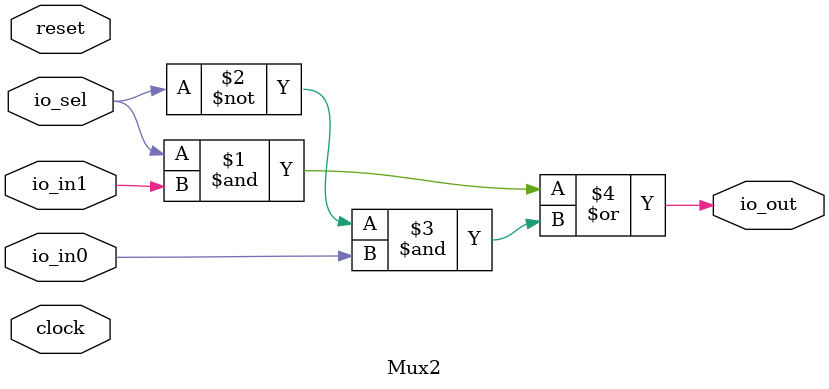
<source format=v>
module Mux2(
  input   clock,
  input   reset,
  input   io_sel,
  input   io_in0,
  input   io_in1,
  output  io_out
);
  assign io_out = io_sel & io_in1 | ~io_sel & io_in0; // @[Mux2.scala 18:31]
endmodule

</source>
